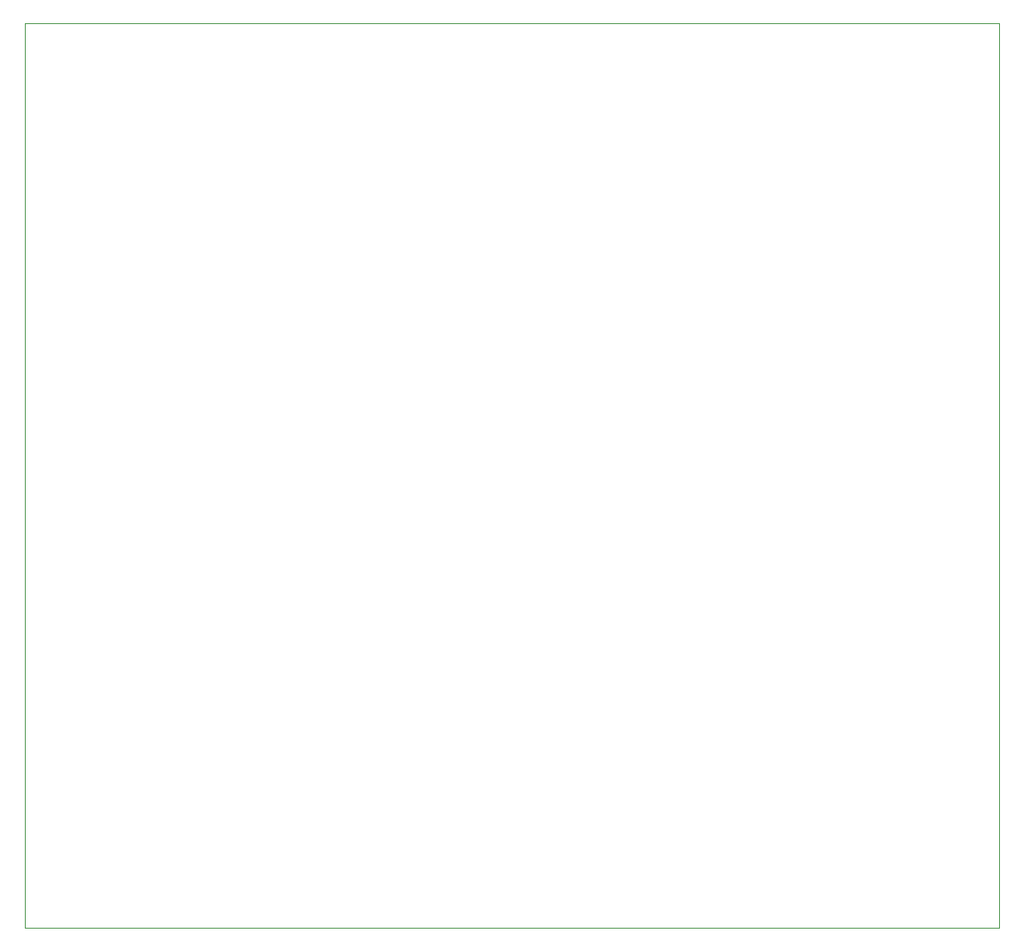
<source format=gm1>
G04 #@! TF.GenerationSoftware,KiCad,Pcbnew,7.0.9*
G04 #@! TF.CreationDate,2023-12-12T15:15:29-05:00*
G04 #@! TF.ProjectId,Cabina,43616269-6e61-42e6-9b69-6361645f7063,rev?*
G04 #@! TF.SameCoordinates,Original*
G04 #@! TF.FileFunction,Profile,NP*
%FSLAX46Y46*%
G04 Gerber Fmt 4.6, Leading zero omitted, Abs format (unit mm)*
G04 Created by KiCad (PCBNEW 7.0.9) date 2023-12-12 15:15:29*
%MOMM*%
%LPD*%
G01*
G04 APERTURE LIST*
G04 #@! TA.AperFunction,Profile*
%ADD10C,0.100000*%
G04 #@! TD*
G04 APERTURE END LIST*
D10*
X103441000Y-38176200D02*
X202907400Y-38176200D01*
X202907400Y-130581400D01*
X103441000Y-130581400D01*
X103441000Y-38176200D01*
M02*

</source>
